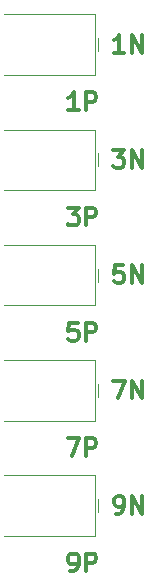
<source format=gbr>
G04 #@! TF.GenerationSoftware,KiCad,Pcbnew,(5.0.2)-1*
G04 #@! TF.CreationDate,2019-08-29T10:35:34-04:00*
G04 #@! TF.ProjectId,MMCX_2DD-100P,4d4d4358-5f32-4444-942d-313030502e6b,rev?*
G04 #@! TF.SameCoordinates,Original*
G04 #@! TF.FileFunction,Legend,Top*
G04 #@! TF.FilePolarity,Positive*
%FSLAX46Y46*%
G04 Gerber Fmt 4.6, Leading zero omitted, Abs format (unit mm)*
G04 Created by KiCad (PCBNEW (5.0.2)-1) date 8/29/2019 10:35:34 AM*
%MOMM*%
%LPD*%
G01*
G04 APERTURE LIST*
%ADD10C,0.300000*%
%ADD11C,0.120000*%
G04 APERTURE END LIST*
D10*
X145882826Y-69203028D02*
X146168541Y-69203028D01*
X146311398Y-69131599D01*
X146382826Y-69060171D01*
X146525683Y-68845885D01*
X146597112Y-68560171D01*
X146597112Y-67988742D01*
X146525683Y-67845885D01*
X146454255Y-67774457D01*
X146311398Y-67703028D01*
X146025683Y-67703028D01*
X145882826Y-67774457D01*
X145811398Y-67845885D01*
X145739969Y-67988742D01*
X145739969Y-68345885D01*
X145811398Y-68488742D01*
X145882826Y-68560171D01*
X146025683Y-68631599D01*
X146311398Y-68631599D01*
X146454255Y-68560171D01*
X146525683Y-68488742D01*
X146597112Y-68345885D01*
X147239969Y-69203028D02*
X147239969Y-67703028D01*
X147811398Y-67703028D01*
X147954255Y-67774457D01*
X148025683Y-67845885D01*
X148097112Y-67988742D01*
X148097112Y-68203028D01*
X148025683Y-68345885D01*
X147954255Y-68417314D01*
X147811398Y-68488742D01*
X147239969Y-68488742D01*
X145668541Y-57944475D02*
X146668541Y-57944475D01*
X146025683Y-59444475D01*
X147239969Y-59444475D02*
X147239969Y-57944475D01*
X147811398Y-57944475D01*
X147954255Y-58015904D01*
X148025683Y-58087332D01*
X148097112Y-58230189D01*
X148097112Y-58444475D01*
X148025683Y-58587332D01*
X147954255Y-58658761D01*
X147811398Y-58730189D01*
X147239969Y-58730189D01*
X146525683Y-48185922D02*
X145811398Y-48185922D01*
X145739969Y-48900208D01*
X145811398Y-48828779D01*
X145954255Y-48757351D01*
X146311398Y-48757351D01*
X146454255Y-48828779D01*
X146525683Y-48900208D01*
X146597112Y-49043065D01*
X146597112Y-49400208D01*
X146525683Y-49543065D01*
X146454255Y-49614493D01*
X146311398Y-49685922D01*
X145954255Y-49685922D01*
X145811398Y-49614493D01*
X145739969Y-49543065D01*
X147239969Y-49685922D02*
X147239969Y-48185922D01*
X147811398Y-48185922D01*
X147954255Y-48257351D01*
X148025683Y-48328779D01*
X148097112Y-48471636D01*
X148097112Y-48685922D01*
X148025683Y-48828779D01*
X147954255Y-48900208D01*
X147811398Y-48971636D01*
X147239969Y-48971636D01*
X145668541Y-38427369D02*
X146597112Y-38427369D01*
X146097112Y-38998798D01*
X146311398Y-38998798D01*
X146454255Y-39070226D01*
X146525683Y-39141655D01*
X146597112Y-39284512D01*
X146597112Y-39641655D01*
X146525683Y-39784512D01*
X146454255Y-39855940D01*
X146311398Y-39927369D01*
X145882826Y-39927369D01*
X145739969Y-39855940D01*
X145668541Y-39784512D01*
X147239969Y-39927369D02*
X147239969Y-38427369D01*
X147811398Y-38427369D01*
X147954255Y-38498798D01*
X148025683Y-38570226D01*
X148097112Y-38713083D01*
X148097112Y-38927369D01*
X148025683Y-39070226D01*
X147954255Y-39141655D01*
X147811398Y-39213083D01*
X147239969Y-39213083D01*
X149750520Y-64323768D02*
X150036234Y-64323768D01*
X150179091Y-64252339D01*
X150250520Y-64180911D01*
X150393377Y-63966625D01*
X150464806Y-63680911D01*
X150464806Y-63109482D01*
X150393377Y-62966625D01*
X150321949Y-62895197D01*
X150179091Y-62823768D01*
X149893377Y-62823768D01*
X149750520Y-62895197D01*
X149679091Y-62966625D01*
X149607663Y-63109482D01*
X149607663Y-63466625D01*
X149679091Y-63609482D01*
X149750520Y-63680911D01*
X149893377Y-63752339D01*
X150179091Y-63752339D01*
X150321949Y-63680911D01*
X150393377Y-63609482D01*
X150464806Y-63466625D01*
X151107663Y-64323768D02*
X151107663Y-62823768D01*
X151964806Y-64323768D01*
X151964806Y-62823768D01*
X149536234Y-53065215D02*
X150536234Y-53065215D01*
X149893377Y-54565215D01*
X151107663Y-54565215D02*
X151107663Y-53065215D01*
X151964806Y-54565215D01*
X151964806Y-53065215D01*
X150393377Y-43306662D02*
X149679091Y-43306662D01*
X149607663Y-44020948D01*
X149679091Y-43949519D01*
X149821949Y-43878091D01*
X150179091Y-43878091D01*
X150321949Y-43949519D01*
X150393377Y-44020948D01*
X150464806Y-44163805D01*
X150464806Y-44520948D01*
X150393377Y-44663805D01*
X150321949Y-44735233D01*
X150179091Y-44806662D01*
X149821949Y-44806662D01*
X149679091Y-44735233D01*
X149607663Y-44663805D01*
X151107663Y-44806662D02*
X151107663Y-43306662D01*
X151964806Y-44806662D01*
X151964806Y-43306662D01*
X149536234Y-33548109D02*
X150464806Y-33548109D01*
X149964806Y-34119538D01*
X150179091Y-34119538D01*
X150321949Y-34190966D01*
X150393377Y-34262395D01*
X150464806Y-34405252D01*
X150464806Y-34762395D01*
X150393377Y-34905252D01*
X150321949Y-34976680D01*
X150179091Y-35048109D01*
X149750520Y-35048109D01*
X149607663Y-34976680D01*
X149536234Y-34905252D01*
X151107663Y-35048109D02*
X151107663Y-33548109D01*
X151964806Y-35048109D01*
X151964806Y-33548109D01*
X146597112Y-30168816D02*
X145739969Y-30168816D01*
X146168541Y-30168816D02*
X146168541Y-28668816D01*
X146025683Y-28883102D01*
X145882826Y-29025959D01*
X145739969Y-29097387D01*
X147239969Y-30168816D02*
X147239969Y-28668816D01*
X147811398Y-28668816D01*
X147954255Y-28740245D01*
X148025683Y-28811673D01*
X148097112Y-28954530D01*
X148097112Y-29168816D01*
X148025683Y-29311673D01*
X147954255Y-29383102D01*
X147811398Y-29454530D01*
X147239969Y-29454530D01*
X150464806Y-25289556D02*
X149607663Y-25289556D01*
X150036234Y-25289556D02*
X150036234Y-23789556D01*
X149893377Y-24003842D01*
X149750520Y-24146699D01*
X149607663Y-24218127D01*
X151107663Y-25289556D02*
X151107663Y-23789556D01*
X151964806Y-25289556D01*
X151964806Y-23789556D01*
D11*
G04 #@! TO.C,J3*
X140300985Y-22050985D02*
X148000985Y-22050985D01*
X148000985Y-27170985D02*
X148000985Y-22050985D01*
X140300985Y-27170985D02*
X148000985Y-27170985D01*
X148200985Y-24060985D02*
X148200985Y-25160985D01*
G04 #@! TO.C,J6*
X148200985Y-33819505D02*
X148200985Y-34919505D01*
X140300985Y-36929505D02*
X148000985Y-36929505D01*
X148000985Y-36929505D02*
X148000985Y-31809505D01*
X140300985Y-31809505D02*
X148000985Y-31809505D01*
G04 #@! TO.C,J9*
X148200985Y-43578025D02*
X148200985Y-44678025D01*
X140300985Y-46688025D02*
X148000985Y-46688025D01*
X148000985Y-46688025D02*
X148000985Y-41568025D01*
X140300985Y-41568025D02*
X148000985Y-41568025D01*
G04 #@! TO.C,J12*
X148200985Y-53336545D02*
X148200985Y-54436545D01*
X140300985Y-56446545D02*
X148000985Y-56446545D01*
X148000985Y-56446545D02*
X148000985Y-51326545D01*
X140300985Y-51326545D02*
X148000985Y-51326545D01*
G04 #@! TO.C,J15*
X148200985Y-63095065D02*
X148200985Y-64195065D01*
X140300985Y-66205065D02*
X148000985Y-66205065D01*
X148000985Y-66205065D02*
X148000985Y-61085065D01*
X140300985Y-61085065D02*
X148000985Y-61085065D01*
G04 #@! TD*
M02*

</source>
